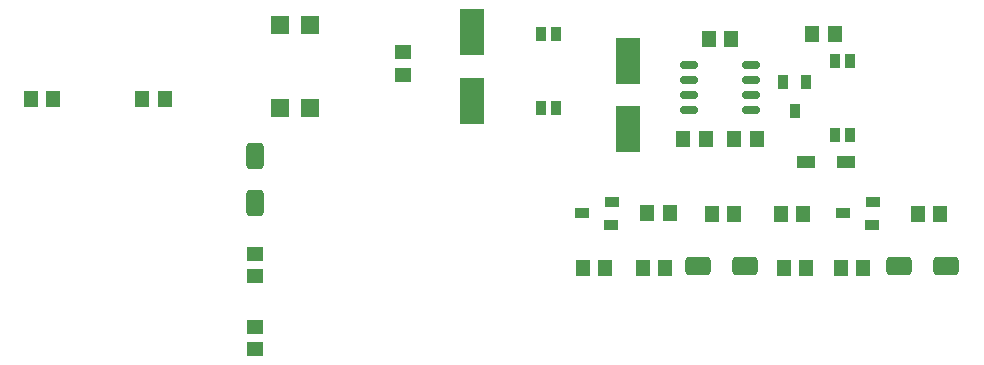
<source format=gbr>
G04*
G04 #@! TF.GenerationSoftware,Altium Limited,Altium Designer,25.0.2 (28)*
G04*
G04 Layer_Color=8421504*
%FSTAX25Y25*%
%MOIN*%
G70*
G04*
G04 #@! TF.SameCoordinates,1D9F657F-D979-4B8D-A71A-BEDC461EC683*
G04*
G04*
G04 #@! TF.FilePolarity,Positive*
G04*
G01*
G75*
%ADD19R,0.04724X0.05512*%
%ADD20R,0.06102X0.06102*%
%ADD21R,0.03347X0.04724*%
%ADD22R,0.07874X0.15748*%
%ADD23R,0.05512X0.04724*%
G04:AMPARAMS|DCode=24|XSize=59.06mil|YSize=43.31mil|CornerRadius=3.9mil|HoleSize=0mil|Usage=FLASHONLY|Rotation=0.000|XOffset=0mil|YOffset=0mil|HoleType=Round|Shape=RoundedRectangle|*
%AMROUNDEDRECTD24*
21,1,0.05906,0.03551,0,0,0.0*
21,1,0.05126,0.04331,0,0,0.0*
1,1,0.00780,0.02563,-0.01776*
1,1,0.00780,-0.02563,-0.01776*
1,1,0.00780,-0.02563,0.01776*
1,1,0.00780,0.02563,0.01776*
%
%ADD24ROUNDEDRECTD24*%
%ADD25R,0.03200X0.04800*%
%ADD26R,0.04724X0.03347*%
G04:AMPARAMS|DCode=27|XSize=25.59mil|YSize=59.06mil|CornerRadius=6.4mil|HoleSize=0mil|Usage=FLASHONLY|Rotation=90.000|XOffset=0mil|YOffset=0mil|HoleType=Round|Shape=RoundedRectangle|*
%AMROUNDEDRECTD27*
21,1,0.02559,0.04626,0,0,90.0*
21,1,0.01280,0.05906,0,0,90.0*
1,1,0.01280,0.02313,0.00640*
1,1,0.01280,0.02313,-0.00640*
1,1,0.01280,-0.02313,-0.00640*
1,1,0.01280,-0.02313,0.00640*
%
%ADD27ROUNDEDRECTD27*%
G04:AMPARAMS|DCode=28|XSize=88.58mil|YSize=61.02mil|CornerRadius=15.26mil|HoleSize=0mil|Usage=FLASHONLY|Rotation=180.000|XOffset=0mil|YOffset=0mil|HoleType=Round|Shape=RoundedRectangle|*
%AMROUNDEDRECTD28*
21,1,0.08858,0.03051,0,0,180.0*
21,1,0.05807,0.06102,0,0,180.0*
1,1,0.03051,-0.02904,0.01526*
1,1,0.03051,0.02904,0.01526*
1,1,0.03051,0.02904,-0.01526*
1,1,0.03051,-0.02904,-0.01526*
%
%ADD28ROUNDEDRECTD28*%
G04:AMPARAMS|DCode=29|XSize=88.58mil|YSize=61.02mil|CornerRadius=15.26mil|HoleSize=0mil|Usage=FLASHONLY|Rotation=270.000|XOffset=0mil|YOffset=0mil|HoleType=Round|Shape=RoundedRectangle|*
%AMROUNDEDRECTD29*
21,1,0.08858,0.03051,0,0,270.0*
21,1,0.05807,0.06102,0,0,270.0*
1,1,0.03051,-0.01526,-0.02904*
1,1,0.03051,-0.01526,0.02904*
1,1,0.03051,0.01526,0.02904*
1,1,0.03051,0.01526,-0.02904*
%
%ADD29ROUNDEDRECTD29*%
D19*
X0303316Y015333D02*
D03*
X0295836D02*
D03*
X0286336Y0231292D02*
D03*
X0293816D02*
D03*
X0259316Y0229532D02*
D03*
X0251836D02*
D03*
X0267816Y0196292D02*
D03*
X0260336D02*
D03*
X0250816Y0196318D02*
D03*
X0243336D02*
D03*
X0238816Y0171524D02*
D03*
X0231336D02*
D03*
X0260316Y0171498D02*
D03*
X0252836D02*
D03*
X0229836Y015333D02*
D03*
X0237316D02*
D03*
X0217317Y0153304D02*
D03*
X0209836D02*
D03*
X0283316Y0171498D02*
D03*
X0275836D02*
D03*
X0329039D02*
D03*
X0321559D02*
D03*
X0284316Y0153304D02*
D03*
X0276836D02*
D03*
X0025802Y0209606D02*
D03*
X0033282D02*
D03*
X0070539Y0209531D02*
D03*
X0063059D02*
D03*
D20*
X0109059Y0234311D02*
D03*
X0119059D02*
D03*
X0109059Y0206752D02*
D03*
X0119059D02*
D03*
D21*
X0276679Y0215453D02*
D03*
X0284259Y0215431D02*
D03*
X0280539Y020561D02*
D03*
D22*
X0225059Y0199614D02*
D03*
Y0222449D02*
D03*
X0173059Y0231949D02*
D03*
Y0209114D02*
D03*
D23*
X0150059Y0225254D02*
D03*
Y0217774D02*
D03*
X0100559Y0158012D02*
D03*
Y0150531D02*
D03*
Y0126274D02*
D03*
Y0133754D02*
D03*
D24*
X0284445Y0188531D02*
D03*
X0297673D02*
D03*
D25*
X0299059Y0222431D02*
D03*
X0294059D02*
D03*
Y0197632D02*
D03*
X0299059D02*
D03*
X0196059Y0206631D02*
D03*
X0201059D02*
D03*
Y0231432D02*
D03*
X0196059D02*
D03*
D26*
X0209638Y0171552D02*
D03*
X0219459Y0167832D02*
D03*
X021948Y0175411D02*
D03*
X0296638Y0171552D02*
D03*
X0306459Y0167832D02*
D03*
X030648Y0175411D02*
D03*
D27*
X0265976Y0206031D02*
D03*
X0265976Y0211032D02*
D03*
Y0216032D02*
D03*
X0265976Y0221031D02*
D03*
X0245142Y0221031D02*
D03*
X0245142Y0216032D02*
D03*
Y0211032D02*
D03*
X0245142Y0206031D02*
D03*
D28*
X0331059Y0154032D02*
D03*
X0315311D02*
D03*
X0248311D02*
D03*
X0264059D02*
D03*
D29*
X0100559Y0175031D02*
D03*
Y0190779D02*
D03*
M02*

</source>
